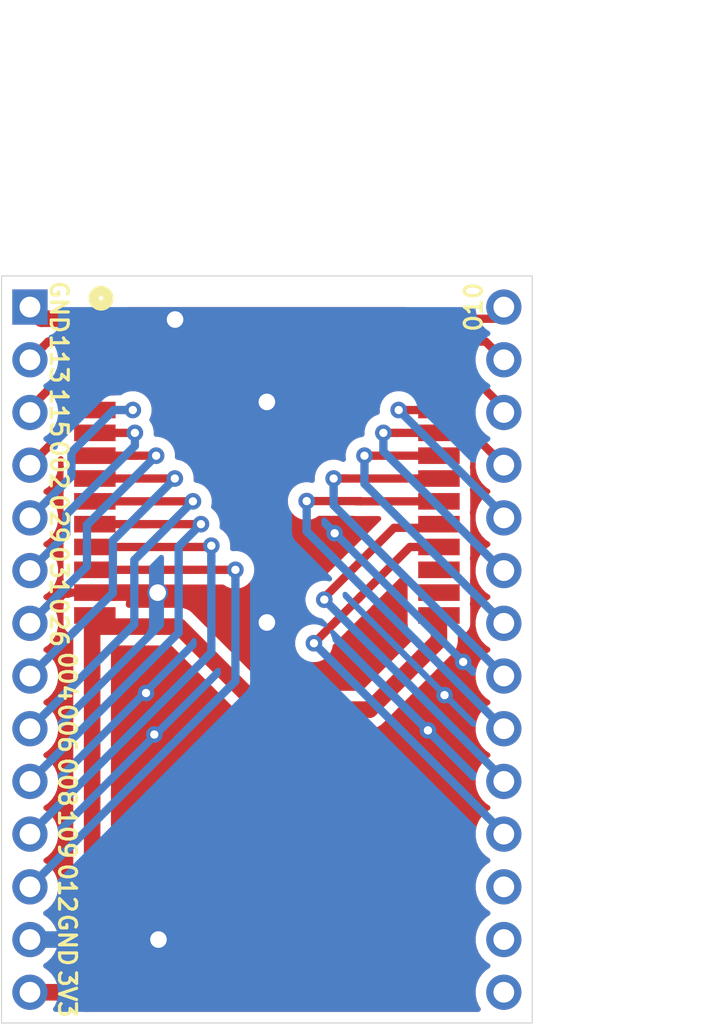
<source format=kicad_pcb>
(kicad_pcb (version 20171130) (host pcbnew "(5.1.9)-1")

  (general
    (thickness 1.6)
    (drawings 21)
    (tracks 159)
    (zones 0)
    (modules 3)
    (nets 25)
  )

  (page A4)
  (layers
    (0 F.Cu signal hide)
    (31 B.Cu signal hide)
    (32 B.Adhes user)
    (33 F.Adhes user)
    (34 B.Paste user)
    (35 F.Paste user)
    (36 B.SilkS user)
    (37 F.SilkS user)
    (38 B.Mask user)
    (39 F.Mask user)
    (40 Dwgs.User user)
    (41 Cmts.User user)
    (42 Eco1.User user)
    (43 Eco2.User user)
    (44 Edge.Cuts user)
    (45 Margin user)
    (46 B.CrtYd user)
    (47 F.CrtYd user)
    (48 B.Fab user)
    (49 F.Fab user hide)
  )

  (setup
    (last_trace_width 0.4)
    (user_trace_width 0.3)
    (user_trace_width 0.4)
    (user_trace_width 0.8)
    (trace_clearance 0.2)
    (zone_clearance 0.508)
    (zone_45_only no)
    (trace_min 0.25)
    (via_size 0.8)
    (via_drill 0.4)
    (via_min_size 0.4)
    (via_min_drill 0.3)
    (user_via 0.8 0.4)
    (user_via 1 0.8)
    (uvia_size 0.3)
    (uvia_drill 0.1)
    (uvias_allowed no)
    (uvia_min_size 0.2)
    (uvia_min_drill 0.1)
    (edge_width 0.05)
    (segment_width 0.2)
    (pcb_text_width 0.3)
    (pcb_text_size 1.5 1.5)
    (mod_edge_width 0.12)
    (mod_text_size 1 1)
    (mod_text_width 0.15)
    (pad_size 1.524 1.524)
    (pad_drill 0.762)
    (pad_to_mask_clearance 0)
    (aux_axis_origin 0 0)
    (visible_elements 7FFFFFFF)
    (pcbplotparams
      (layerselection 0x010fc_ffffffff)
      (usegerberextensions false)
      (usegerberattributes true)
      (usegerberadvancedattributes true)
      (creategerberjobfile true)
      (excludeedgelayer true)
      (linewidth 0.100000)
      (plotframeref false)
      (viasonmask false)
      (mode 1)
      (useauxorigin false)
      (hpglpennumber 1)
      (hpglpenspeed 20)
      (hpglpendiameter 15.000000)
      (psnegative false)
      (psa4output false)
      (plotreference true)
      (plotvalue true)
      (plotinvisibletext false)
      (padsonsilk false)
      (subtractmaskfromsilk false)
      (outputformat 1)
      (mirror false)
      (drillshape 1)
      (scaleselection 1)
      (outputdirectory ""))
  )

  (net 0 "")
  (net 1 +3V3)
  (net 2 GND)
  (net 3 P0.10)
  (net 4 P0.09)
  (net 5 SWCLK)
  (net 6 SWDIO)
  (net 7 P1.00)
  (net 8 P0.24)
  (net 9 P0.22)
  (net 10 P0.20)
  (net 11 P0.18)
  (net 12 P0.15)
  (net 13 P0.13)
  (net 14 P0.12)
  (net 15 P1.09)
  (net 16 P0.08)
  (net 17 P0.06)
  (net 18 P0.04)
  (net 19 P0.26)
  (net 20 P0.31)
  (net 21 P0.29)
  (net 22 P0.02)
  (net 23 P1.15)
  (net 24 P1.13)

  (net_class Default "This is the default net class."
    (clearance 0.2)
    (trace_width 0.25)
    (via_dia 0.8)
    (via_drill 0.4)
    (uvia_dia 0.3)
    (uvia_drill 0.1)
    (add_net +3V3)
    (add_net GND)
    (add_net P0.02)
    (add_net P0.04)
    (add_net P0.06)
    (add_net P0.08)
    (add_net P0.09)
    (add_net P0.10)
    (add_net P0.12)
    (add_net P0.13)
    (add_net P0.15)
    (add_net P0.18)
    (add_net P0.20)
    (add_net P0.22)
    (add_net P0.24)
    (add_net P0.26)
    (add_net P0.29)
    (add_net P0.31)
    (add_net P1.00)
    (add_net P1.09)
    (add_net P1.13)
    (add_net P1.15)
    (add_net SWCLK)
    (add_net SWDIO)
  )

  (module MS88SF2:MS88SF2 (layer F.Cu) (tedit 60518D65) (tstamp 604E93C4)
    (at 74.43 64.572)
    (path /604DDC15)
    (fp_text reference U1 (at 8 12.5) (layer F.Fab)
      (effects (font (size 1 1) (thickness 0.15)))
    )
    (fp_text value MS88SF2 (at 0 12.5) (layer F.Fab)
      (effects (font (size 1 1) (thickness 0.15)))
    )
    (fp_line (start 8.7 -11.6) (end -8.7 -11.6) (layer F.Fab) (width 0.12))
    (fp_line (start -8.7 -11.6) (end -8.7 11.6) (layer F.Fab) (width 0.12))
    (fp_line (start -8.7 11.6) (end 8.7 11.6) (layer F.Fab) (width 0.12))
    (fp_line (start 8.7 11.6) (end 8.7 -11.6) (layer F.Fab) (width 0.12))
    (fp_line (start -8.7 -5.81) (end -12.7 -5.81) (layer F.Fab) (width 0.12))
    (fp_line (start -12.7 -5.81) (end -12.7 -17.6) (layer F.Fab) (width 0.12))
    (fp_line (start 8.7 -5.81) (end 12.7 -5.81) (layer F.Fab) (width 0.12))
    (fp_line (start 12.7 -5.81) (end 12.7 -17.6) (layer F.Fab) (width 0.12))
    (fp_line (start 8.7 -5.81) (end -8.7 -5.81) (layer F.Fab) (width 0.12))
    (fp_line (start 12.7 -17.6) (end -12.7 -17.6) (layer F.Fab) (width 0.12))
    (fp_circle (center -8 -5) (end -7.9 -5) (layer F.SilkS) (width 0.5))
    (fp_line (start 12.7 -5.81) (end -12.7 -17.6) (layer F.Fab) (width 0.12))
    (fp_line (start -12.7 -5.81) (end 12.7 -17.6) (layer F.Fab) (width 0.12))
    (fp_text user "No copper" (at 0 -16) (layer F.Fab)
      (effects (font (size 1 1) (thickness 0.15)))
    )
    (pad 1 smd rect (at -8.3 -4.01) (size 2 0.8) (layers F.Cu F.Paste F.Mask)
      (net 2 GND))
    (pad 2 smd rect (at -8.3 -2.91) (size 2 0.8) (layers F.Cu F.Paste F.Mask)
      (net 24 P1.13))
    (pad 3 smd rect (at -8.3 -1.81) (size 2 0.8) (layers F.Cu F.Paste F.Mask)
      (net 23 P1.15))
    (pad 4 smd rect (at -8.3 -0.71) (size 2 0.8) (layers F.Cu F.Paste F.Mask)
      (net 22 P0.02))
    (pad 5 smd rect (at -8.3 0.39) (size 2 0.8) (layers F.Cu F.Paste F.Mask)
      (net 21 P0.29))
    (pad 6 smd rect (at -8.3 1.49) (size 2 0.8) (layers F.Cu F.Paste F.Mask)
      (net 20 P0.31))
    (pad 7 smd rect (at -8.3 2.59) (size 2 0.8) (layers F.Cu F.Paste F.Mask)
      (net 19 P0.26))
    (pad 8 smd rect (at -8.3 3.69) (size 2 0.8) (layers F.Cu F.Paste F.Mask)
      (net 18 P0.04))
    (pad 9 smd rect (at -8.3 4.79) (size 2 0.8) (layers F.Cu F.Paste F.Mask)
      (net 17 P0.06))
    (pad 10 smd rect (at -8.3 5.89) (size 2 0.8) (layers F.Cu F.Paste F.Mask)
      (net 16 P0.08))
    (pad 11 smd rect (at -8.3 6.99) (size 2 0.8) (layers F.Cu F.Paste F.Mask)
      (net 15 P1.09))
    (pad 12 smd rect (at -8.3 8.09) (size 2 0.8) (layers F.Cu F.Paste F.Mask)
      (net 14 P0.12))
    (pad 13 smd rect (at -8.3 9.19) (size 2 0.8) (layers F.Cu F.Paste F.Mask)
      (net 2 GND))
    (pad 14 smd rect (at -8.3 10.29) (size 2 0.8) (layers F.Cu F.Paste F.Mask)
      (net 1 +3V3))
    (pad 15 smd rect (at 8.3 10.29) (size 2 0.8) (layers F.Cu F.Paste F.Mask)
      (net 1 +3V3))
    (pad 16 smd rect (at 8.3 9.19) (size 2 0.8) (layers F.Cu F.Paste F.Mask))
    (pad 17 smd rect (at 8.3 8.09) (size 2 0.8) (layers F.Cu F.Paste F.Mask))
    (pad 18 smd rect (at 8.3 6.99) (size 2 0.8) (layers F.Cu F.Paste F.Mask)
      (net 13 P0.13))
    (pad 19 smd rect (at 8.3 5.89) (size 2 0.8) (layers F.Cu F.Paste F.Mask)
      (net 12 P0.15))
    (pad 20 smd rect (at 8.3 4.79) (size 2 0.8) (layers F.Cu F.Paste F.Mask)
      (net 11 P0.18))
    (pad 21 smd rect (at 8.3 3.69) (size 2 0.8) (layers F.Cu F.Paste F.Mask)
      (net 10 P0.20))
    (pad 22 smd rect (at 8.3 2.59) (size 2 0.8) (layers F.Cu F.Paste F.Mask)
      (net 9 P0.22))
    (pad 23 smd rect (at 8.3 1.49) (size 2 0.8) (layers F.Cu F.Paste F.Mask)
      (net 8 P0.24))
    (pad 24 smd rect (at 8.3 0.39) (size 2 0.8) (layers F.Cu F.Paste F.Mask)
      (net 7 P1.00))
    (pad 25 smd rect (at 8.3 -0.71) (size 2 0.8) (layers F.Cu F.Paste F.Mask)
      (net 6 SWDIO))
    (pad 26 smd rect (at 8.3 -1.81) (size 2 0.8) (layers F.Cu F.Paste F.Mask)
      (net 5 SWCLK))
    (pad 27 smd rect (at 8.3 -2.91) (size 2 0.8) (layers F.Cu F.Paste F.Mask)
      (net 4 P0.09))
    (pad 28 smd rect (at 8.3 -4.01) (size 2 0.8) (layers F.Cu F.Paste F.Mask)
      (net 3 P0.10))
  )

  (module !myfoots:PinHeader_1x14_P2.54mm_Vertical (layer F.Cu) (tedit 604E2EC4) (tstamp 604E891D)
    (at 63 60)
    (descr "Through hole straight pin header, 1x14, 2.54mm pitch, single row")
    (tags "Through hole pin header THT 1x14 2.54mm single row")
    (path /604E45A1)
    (fp_text reference J1 (at 0 -2.33) (layer F.Fab)
      (effects (font (size 1 1) (thickness 0.15)))
    )
    (fp_text value Conn_01x14_Male (at 0 35.35) (layer F.Fab)
      (effects (font (size 1 1) (thickness 0.15)))
    )
    (fp_line (start -0.635 -1.27) (end 1.27 -1.27) (layer F.Fab) (width 0.1))
    (fp_line (start 1.27 -1.27) (end 1.27 34.29) (layer F.Fab) (width 0.1))
    (fp_line (start 1.27 34.29) (end -1.27 34.29) (layer F.Fab) (width 0.1))
    (fp_line (start -1.27 34.29) (end -1.27 -0.635) (layer F.Fab) (width 0.1))
    (fp_line (start -1.27 -0.635) (end -0.635 -1.27) (layer F.Fab) (width 0.1))
    (fp_text user %R (at 0 16.51 90) (layer F.Fab)
      (effects (font (size 1 1) (thickness 0.15)))
    )
    (pad 14 thru_hole oval (at 0 33.02) (size 1.7 1.7) (drill 1) (layers *.Cu *.Mask)
      (net 1 +3V3))
    (pad 13 thru_hole oval (at 0 30.48) (size 1.7 1.7) (drill 1) (layers *.Cu *.Mask)
      (net 2 GND))
    (pad 12 thru_hole oval (at 0 27.94) (size 1.7 1.7) (drill 1) (layers *.Cu *.Mask)
      (net 14 P0.12))
    (pad 11 thru_hole oval (at 0 25.4) (size 1.7 1.7) (drill 1) (layers *.Cu *.Mask)
      (net 15 P1.09))
    (pad 10 thru_hole oval (at 0 22.86) (size 1.7 1.7) (drill 1) (layers *.Cu *.Mask)
      (net 16 P0.08))
    (pad 9 thru_hole oval (at 0 20.32) (size 1.7 1.7) (drill 1) (layers *.Cu *.Mask)
      (net 17 P0.06))
    (pad 8 thru_hole oval (at 0 17.78) (size 1.7 1.7) (drill 1) (layers *.Cu *.Mask)
      (net 18 P0.04))
    (pad 7 thru_hole oval (at 0 15.24) (size 1.7 1.7) (drill 1) (layers *.Cu *.Mask)
      (net 19 P0.26))
    (pad 6 thru_hole oval (at 0 12.7) (size 1.7 1.7) (drill 1) (layers *.Cu *.Mask)
      (net 20 P0.31))
    (pad 5 thru_hole oval (at 0 10.16) (size 1.7 1.7) (drill 1) (layers *.Cu *.Mask)
      (net 21 P0.29))
    (pad 4 thru_hole oval (at 0 7.62) (size 1.7 1.7) (drill 1) (layers *.Cu *.Mask)
      (net 22 P0.02))
    (pad 3 thru_hole oval (at 0 5.08) (size 1.7 1.7) (drill 1) (layers *.Cu *.Mask)
      (net 23 P1.15))
    (pad 2 thru_hole oval (at 0 2.54) (size 1.7 1.7) (drill 1) (layers *.Cu *.Mask)
      (net 24 P1.13))
    (pad 1 thru_hole rect (at 0 0) (size 1.7 1.7) (drill 1) (layers *.Cu *.Mask)
      (net 2 GND))
    (model ${KISYS3DMOD}/Connector_PinHeader_2.54mm.3dshapes/PinHeader_1x14_P2.54mm_Vertical.wrl
      (at (xyz 0 0 0))
      (scale (xyz 1 1 1))
      (rotate (xyz 0 0 0))
    )
  )

  (module !myfoots:PinHeader_1x14_P2.54mm_Vertical_2row (layer F.Cu) (tedit 604E2EEA) (tstamp 604E8AD2)
    (at 85.86 60)
    (descr "Through hole straight pin header, 1x14, 2.54mm pitch, single row")
    (tags "Through hole pin header THT 1x14 2.54mm single row")
    (path /604F62FB)
    (fp_text reference J2 (at 0 -2.33) (layer F.Fab)
      (effects (font (size 1 1) (thickness 0.15)))
    )
    (fp_text value Conn_01x14_Male (at 0 35.35) (layer F.Fab)
      (effects (font (size 1 1) (thickness 0.15)))
    )
    (fp_line (start -1.27 -0.635) (end -0.635 -1.27) (layer F.Fab) (width 0.1))
    (fp_line (start -1.27 34.29) (end -1.27 -0.635) (layer F.Fab) (width 0.1))
    (fp_line (start 1.27 34.29) (end -1.27 34.29) (layer F.Fab) (width 0.1))
    (fp_line (start 1.27 -1.27) (end 1.27 34.29) (layer F.Fab) (width 0.1))
    (fp_line (start -0.635 -1.27) (end 1.27 -1.27) (layer F.Fab) (width 0.1))
    (fp_text user %R (at 0 16.51 90) (layer F.Fab)
      (effects (font (size 1 1) (thickness 0.15)))
    )
    (pad 15 thru_hole oval (at 0 33.02) (size 1.7 1.7) (drill 1) (layers *.Cu *.Mask))
    (pad 16 thru_hole oval (at 0 30.48) (size 1.7 1.7) (drill 1) (layers *.Cu *.Mask))
    (pad 17 thru_hole oval (at 0 27.94) (size 1.7 1.7) (drill 1) (layers *.Cu *.Mask))
    (pad 18 thru_hole oval (at 0 25.4) (size 1.7 1.7) (drill 1) (layers *.Cu *.Mask)
      (net 13 P0.13))
    (pad 19 thru_hole oval (at 0 22.86) (size 1.7 1.7) (drill 1) (layers *.Cu *.Mask)
      (net 12 P0.15))
    (pad 20 thru_hole oval (at 0 20.32) (size 1.7 1.7) (drill 1) (layers *.Cu *.Mask)
      (net 11 P0.18))
    (pad 21 thru_hole oval (at 0 17.78) (size 1.7 1.7) (drill 1) (layers *.Cu *.Mask)
      (net 10 P0.20))
    (pad 22 thru_hole oval (at 0 15.24) (size 1.7 1.7) (drill 1) (layers *.Cu *.Mask)
      (net 9 P0.22))
    (pad 23 thru_hole oval (at 0 12.7) (size 1.7 1.7) (drill 1) (layers *.Cu *.Mask)
      (net 8 P0.24))
    (pad 24 thru_hole oval (at 0 10.16) (size 1.7 1.7) (drill 1) (layers *.Cu *.Mask)
      (net 7 P1.00))
    (pad 25 thru_hole oval (at 0 7.62) (size 1.7 1.7) (drill 1) (layers *.Cu *.Mask)
      (net 6 SWDIO))
    (pad 26 thru_hole oval (at 0 5.08) (size 1.7 1.7) (drill 1) (layers *.Cu *.Mask)
      (net 5 SWCLK))
    (pad 27 thru_hole oval (at 0 2.54) (size 1.7 1.7) (drill 1) (layers *.Cu *.Mask)
      (net 4 P0.09))
    (pad 28 thru_hole circle (at 0 0) (size 1.7 1.7) (drill 1) (layers *.Cu *.Mask)
      (net 3 P0.10))
    (model ${KISYS3DMOD}/Connector_PinHeader_2.54mm.3dshapes/PinHeader_1x14_P2.54mm_Vertical.wrl
      (at (xyz 0 0 0))
      (scale (xyz 1 1 1))
      (rotate (xyz 0 0 0))
    )
  )

  (gr_text 010 (at 84.4 60 90) (layer F.SilkS) (tstamp 6051EF32)
    (effects (font (size 0.82 0.82) (thickness 0.154)))
  )
  (gr_text 3V3 (at 64.8 93.1 -90) (layer F.SilkS) (tstamp 6051EF28)
    (effects (font (size 0.82 0.82) (thickness 0.154)))
  )
  (gr_text GND (at 64.8 90.5 -90) (layer F.SilkS) (tstamp 6051EF26)
    (effects (font (size 0.82 0.82) (thickness 0.154)))
  )
  (gr_text 012 (at 64.8 88 -90) (layer F.SilkS) (tstamp 6051EF24)
    (effects (font (size 0.82 0.82) (thickness 0.154)))
  )
  (gr_text 109 (at 64.8 85.4 -90) (layer F.SilkS) (tstamp 6051EF22)
    (effects (font (size 0.82 0.82) (thickness 0.154)))
  )
  (gr_text 008 (at 64.8 82.9 -90) (layer F.SilkS) (tstamp 6051EF1F)
    (effects (font (size 0.82 0.82) (thickness 0.154)))
  )
  (gr_text 006 (at 64.8 80.3 -90) (layer F.SilkS) (tstamp 6051EF1A)
    (effects (font (size 0.82 0.82) (thickness 0.154)))
  )
  (gr_text 004 (at 64.8 77.8 -90) (layer F.SilkS) (tstamp 6051EF09)
    (effects (font (size 0.82 0.82) (thickness 0.154)))
  )
  (gr_text 026 (at 64.4 75.2 -90) (layer F.SilkS) (tstamp 6051EF17)
    (effects (font (size 0.82 0.82) (thickness 0.154)))
  )
  (gr_text 031 (at 64.4 72.7 -90) (layer F.SilkS) (tstamp 6051E4D3)
    (effects (font (size 0.82 0.82) (thickness 0.154)))
  )
  (gr_text 029 (at 64.4 70.2 -90) (layer F.SilkS) (tstamp 6051E45C)
    (effects (font (size 0.82 0.82) (thickness 0.154)))
  )
  (gr_text 002 (at 64.4 67.6 -90) (layer F.SilkS) (tstamp 6051DF3D)
    (effects (font (size 0.82 0.82) (thickness 0.154)))
  )
  (gr_text 115 (at 64.4 65.1 -90) (layer F.SilkS) (tstamp 6051DF3A)
    (effects (font (size 0.82 0.82) (thickness 0.154)))
  )
  (gr_text 113 (at 64.4 62.5 -90) (layer F.SilkS) (tstamp 6051DF36)
    (effects (font (size 0.82 0.82) (thickness 0.154)))
  )
  (gr_text GND (at 64.4 60 -90) (layer F.SilkS) (tstamp 6051DFE7)
    (effects (font (size 0.82 0.82) (thickness 0.154)))
  )
  (dimension 36 (width 0.15) (layer Dwgs.User)
    (gr_text "36.000 mm" (at 94.7 76.5 270) (layer Dwgs.User)
      (effects (font (size 1 1) (thickness 0.15)))
    )
    (feature1 (pts (xy 87.23 94.5) (xy 93.986421 94.5)))
    (feature2 (pts (xy 87.23 58.5) (xy 93.986421 58.5)))
    (crossbar (pts (xy 93.4 58.5) (xy 93.4 94.5)))
    (arrow1a (pts (xy 93.4 94.5) (xy 92.813579 93.373496)))
    (arrow1b (pts (xy 93.4 94.5) (xy 93.986421 93.373496)))
    (arrow2a (pts (xy 93.4 58.5) (xy 92.813579 59.626504)))
    (arrow2b (pts (xy 93.4 58.5) (xy 93.986421 59.626504)))
  )
  (dimension 25.6 (width 0.15) (layer Dwgs.User)
    (gr_text "25.600 mm" (at 74.43 45.9) (layer Dwgs.User)
      (effects (font (size 1 1) (thickness 0.15)))
    )
    (feature1 (pts (xy 87.23 58.5) (xy 87.23 46.613579)))
    (feature2 (pts (xy 61.63 58.5) (xy 61.63 46.613579)))
    (crossbar (pts (xy 61.63 47.2) (xy 87.23 47.2)))
    (arrow1a (pts (xy 87.23 47.2) (xy 86.103496 47.786421)))
    (arrow1b (pts (xy 87.23 47.2) (xy 86.103496 46.613579)))
    (arrow2a (pts (xy 61.63 47.2) (xy 62.756504 47.786421)))
    (arrow2b (pts (xy 61.63 47.2) (xy 62.756504 46.613579)))
  )
  (gr_line (start 87.23 94.5) (end 61.63 94.5) (layer Edge.Cuts) (width 0.05) (tstamp 6051857C))
  (gr_line (start 87.23 58.5) (end 61.63 58.5) (layer Edge.Cuts) (width 0.05) (tstamp 60518545))
  (gr_line (start 87.23 58.5) (end 87.23 94.5) (layer Edge.Cuts) (width 0.05) (tstamp 605183C7))
  (gr_line (start 61.63 58.5) (end 61.63 94.5) (layer Edge.Cuts) (width 0.05))

  (segment (start 64.98 93.02) (end 63 93.02) (width 0.8) (layer F.Cu) (net 1))
  (segment (start 64.98 93.02) (end 66 92) (width 0.8) (layer F.Cu) (net 1))
  (segment (start 66 92) (end 66 75) (width 0.8) (layer F.Cu) (net 1))
  (segment (start 70.2 75.4) (end 66.4 75.4) (width 0.8) (layer F.Cu) (net 1))
  (segment (start 74.200001 79.400001) (end 70.2 75.4) (width 0.8) (layer F.Cu) (net 1))
  (segment (start 79.391999 79.400001) (end 74.200001 79.400001) (width 0.8) (layer F.Cu) (net 1))
  (segment (start 82.73 76.062) (end 79.391999 79.400001) (width 0.8) (layer F.Cu) (net 1))
  (segment (start 82.73 74.862) (end 82.73 76.062) (width 0.8) (layer F.Cu) (net 1))
  (segment (start 66.13 73.762) (end 68.762 73.762) (width 0.8) (layer F.Cu) (net 2))
  (segment (start 69.162 73.762) (end 69.162 73.762) (width 0.8) (layer F.Cu) (net 2))
  (segment (start 69.162 73.762) (end 68.762 73.762) (width 0.8) (layer F.Cu) (net 2) (tstamp 605181EA))
  (via (at 69.162 73.762) (size 1) (drill 0.8) (layers F.Cu B.Cu) (net 2))
  (segment (start 63 90.48) (end 69.2 90.48) (width 0.8) (layer B.Cu) (net 2))
  (segment (start 69.2 90.48) (end 69.2 90.48) (width 0.8) (layer B.Cu) (net 2) (tstamp 60518DEA))
  (via (at 69.2 90.48) (size 1) (drill 0.8) (layers F.Cu B.Cu) (net 2))
  (via (at 74.43 64.572) (size 1) (drill 0.8) (layers F.Cu B.Cu) (net 2))
  (via (at 70 60.6) (size 1) (drill 0.8) (layers F.Cu B.Cu) (net 2) (tstamp 6051EBCF))
  (segment (start 63.562 60.562) (end 63 60) (width 0.8) (layer F.Cu) (net 2))
  (segment (start 66.13 60.562) (end 63.562 60.562) (width 0.8) (layer F.Cu) (net 2))
  (via (at 74.43 75.2) (size 1) (drill 0.8) (layers F.Cu B.Cu) (net 2) (tstamp 6051EB2F))
  (segment (start 69.962 60.562) (end 70 60.6) (width 0.8) (layer F.Cu) (net 2))
  (segment (start 66.13 60.562) (end 69.962 60.562) (width 0.8) (layer F.Cu) (net 2))
  (via (at 82.2 80.4) (size 0.8) (drill 0.4) (layers F.Cu B.Cu) (net 2))
  (via (at 83 78.7) (size 0.8) (drill 0.4) (layers F.Cu B.Cu) (net 2))
  (via (at 83.9 77.1) (size 0.8) (drill 0.4) (layers F.Cu B.Cu) (net 2))
  (via (at 77.7 70.9) (size 0.8) (drill 0.4) (layers F.Cu B.Cu) (net 2))
  (via (at 69 80.6) (size 0.8) (drill 0.4) (layers F.Cu B.Cu) (net 2))
  (via (at 68.6 78.6) (size 0.8) (drill 0.4) (layers F.Cu B.Cu) (net 2))
  (segment (start 82.73 60.562) (end 83.438 60.562) (width 0.4) (layer F.Cu) (net 3))
  (segment (start 85.69801 60.562) (end 85.86 60.40001) (width 0.4) (layer F.Cu) (net 3))
  (segment (start 82.73 60.562) (end 85.69801 60.562) (width 0.4) (layer F.Cu) (net 3))
  (segment (start 84.982 61.662) (end 85.86 62.54) (width 0.4) (layer F.Cu) (net 4))
  (segment (start 82.73 61.662) (end 84.982 61.662) (width 0.4) (layer F.Cu) (net 4))
  (segment (start 83.750002 62.762) (end 85.86 64.871998) (width 0.4) (layer F.Cu) (net 5))
  (segment (start 85.86 64.871998) (end 85.86 65.08) (width 0.4) (layer F.Cu) (net 5))
  (segment (start 82.73 62.762) (end 83.750002 62.762) (width 0.4) (layer F.Cu) (net 5))
  (segment (start 84.25 66.01) (end 85.86 67.62) (width 0.4) (layer F.Cu) (net 6))
  (segment (start 84.25 64.361998) (end 84.25 66.01) (width 0.4) (layer F.Cu) (net 6))
  (segment (start 83.750002 63.862) (end 84.25 64.361998) (width 0.4) (layer F.Cu) (net 6))
  (segment (start 82.73 63.862) (end 83.750002 63.862) (width 0.4) (layer F.Cu) (net 6))
  (segment (start 82.73 64.962) (end 80.788 64.962) (width 0.4) (layer F.Cu) (net 7))
  (segment (start 80.788 64.962) (end 80.788 64.962) (width 0.4) (layer F.Cu) (net 7) (tstamp 6050F45D))
  (via (at 80.788 64.962) (size 0.8) (drill 0.4) (layers F.Cu B.Cu) (net 7))
  (segment (start 85.86 70.034) (end 85.86 70.16) (width 0.4) (layer B.Cu) (net 7))
  (segment (start 80.788 64.962) (end 85.86 70.034) (width 0.4) (layer B.Cu) (net 7))
  (segment (start 82.73 66.062) (end 80.688 66.062) (width 0.4) (layer F.Cu) (net 8))
  (segment (start 80.688 66.062) (end 80.688 66.062) (width 0.4) (layer F.Cu) (net 8) (tstamp 6050F45F))
  (via (at 80.05 66.062) (size 0.8) (drill 0.4) (layers F.Cu B.Cu) (net 8))
  (segment (start 80.05 66.062) (end 80.688 66.062) (width 0.4) (layer F.Cu) (net 8))
  (segment (start 85.8 72.7) (end 85.86 72.7) (width 0.4) (layer B.Cu) (net 8))
  (segment (start 80.05 66.95) (end 85.8 72.7) (width 0.4) (layer B.Cu) (net 8))
  (segment (start 80.05 66.062) (end 80.05 66.95) (width 0.4) (layer B.Cu) (net 8))
  (segment (start 82.73 67.162) (end 79.138 67.162) (width 0.4) (layer F.Cu) (net 9))
  (segment (start 79.138 67.162) (end 79.138 67.162) (width 0.4) (layer F.Cu) (net 9) (tstamp 6050F48F))
  (via (at 79.138 67.162) (size 0.8) (drill 0.4) (layers F.Cu B.Cu) (net 9))
  (segment (start 79.138 68.518) (end 85.86 75.24) (width 0.4) (layer B.Cu) (net 9))
  (segment (start 79.138 67.162) (end 79.138 68.518) (width 0.4) (layer B.Cu) (net 9))
  (segment (start 78.112 68.262) (end 78.112 68.262) (width 0.4) (layer F.Cu) (net 10) (tstamp 6050F4C7))
  (via (at 77.65 68.262) (size 0.8) (drill 0.4) (layers F.Cu B.Cu) (net 10))
  (segment (start 78.312 68.262) (end 77.65 68.262) (width 0.4) (layer F.Cu) (net 10))
  (segment (start 82.73 68.262) (end 78.312 68.262) (width 0.4) (layer F.Cu) (net 10))
  (segment (start 78.312 68.262) (end 78.112 68.262) (width 0.4) (layer F.Cu) (net 10))
  (segment (start 77.65 68.262) (end 77.65 68.95) (width 0.4) (layer B.Cu) (net 10))
  (segment (start 85.86 77.78) (end 79.1 71.02) (width 0.4) (layer B.Cu) (net 10))
  (segment (start 79.1 71.02) (end 79.1 71) (width 0.4) (layer B.Cu) (net 10))
  (segment (start 79.1 71) (end 77.65 69.55) (width 0.4) (layer B.Cu) (net 10))
  (segment (start 77.65 69.55) (end 77.65 68.262) (width 0.4) (layer B.Cu) (net 10))
  (via (at 76.35 69.35) (size 0.8) (drill 0.4) (layers F.Cu B.Cu) (net 11))
  (segment (start 78.95 69.35) (end 78.962 69.362) (width 0.4) (layer F.Cu) (net 11))
  (segment (start 76.35 69.35) (end 78.95 69.35) (width 0.4) (layer F.Cu) (net 11))
  (segment (start 78.962 69.362) (end 78.738 69.362) (width 0.4) (layer F.Cu) (net 11))
  (segment (start 82.73 69.362) (end 78.962 69.362) (width 0.4) (layer F.Cu) (net 11))
  (segment (start 76.35 70.81) (end 85.86 80.32) (width 0.4) (layer B.Cu) (net 11))
  (segment (start 76.35 69.35) (end 76.35 70.81) (width 0.4) (layer B.Cu) (net 11))
  (via (at 77.2 74.1) (size 0.8) (drill 0.4) (layers F.Cu B.Cu) (net 12))
  (segment (start 80.562 70.638) (end 77.1 74.1) (width 0.4) (layer F.Cu) (net 12))
  (segment (start 82.554 70.638) (end 82.73 70.462) (width 0.4) (layer F.Cu) (net 12))
  (segment (start 80.562 70.638) (end 82.554 70.638) (width 0.4) (layer F.Cu) (net 12))
  (segment (start 85.86 82.76) (end 85.86 82.86) (width 0.4) (layer B.Cu) (net 12))
  (segment (start 77.2 74.1) (end 85.86 82.76) (width 0.4) (layer B.Cu) (net 12))
  (segment (start 82.668 71.5) (end 82.73 71.562) (width 0.4) (layer F.Cu) (net 13))
  (segment (start 81.33 71.562) (end 78.9 73.992) (width 0.4) (layer F.Cu) (net 13))
  (segment (start 82.73 71.562) (end 81.33 71.562) (width 0.4) (layer F.Cu) (net 13))
  (segment (start 85.86 85.36) (end 85.86 85.4) (width 0.4) (layer B.Cu) (net 13))
  (segment (start 78.9 78.4) (end 85.86 85.36) (width 0.4) (layer B.Cu) (net 13))
  (segment (start 78.9 73.992) (end 78.9 74) (width 0.4) (layer F.Cu) (net 13))
  (segment (start 78.9 74) (end 76.8 76.1) (width 0.4) (layer F.Cu) (net 13))
  (segment (start 78.9 78.4) (end 76.7 76.2) (width 0.4) (layer B.Cu) (net 13))
  (segment (start 76.7 76.2) (end 76.7 76.2) (width 0.4) (layer B.Cu) (net 13) (tstamp 6051EDAC))
  (via (at 76.7 76.2) (size 0.8) (drill 0.4) (layers F.Cu B.Cu) (net 13))
  (segment (start 66.13 72.662) (end 72.412 72.662) (width 0.4) (layer F.Cu) (net 14))
  (segment (start 72.412 72.662) (end 72.912 72.662) (width 0.4) (layer F.Cu) (net 14))
  (segment (start 72.912 72.662) (end 72.912 72.662) (width 0.4) (layer F.Cu) (net 14) (tstamp 6050F458))
  (via (at 72.912 72.662) (size 0.8) (drill 0.4) (layers F.Cu B.Cu) (net 14))
  (segment (start 72.912 78.028) (end 63 87.94) (width 0.4) (layer B.Cu) (net 14))
  (segment (start 72.912 72.662) (end 72.912 78.028) (width 0.4) (layer B.Cu) (net 14))
  (via (at 71.75 71.5) (size 0.8) (drill 0.4) (layers F.Cu B.Cu) (net 15))
  (segment (start 71.75 76.65) (end 63 85.4) (width 0.4) (layer B.Cu) (net 15))
  (segment (start 71.688 71.562) (end 71.75 71.5) (width 0.4) (layer F.Cu) (net 15))
  (segment (start 70.938 71.562) (end 71.688 71.562) (width 0.4) (layer F.Cu) (net 15))
  (segment (start 66.13 71.562) (end 70.938 71.562) (width 0.4) (layer F.Cu) (net 15))
  (segment (start 70.938 71.562) (end 71.312 71.562) (width 0.4) (layer F.Cu) (net 15))
  (segment (start 71.75 72.25) (end 71.75 71.5) (width 0.4) (layer B.Cu) (net 15))
  (segment (start 71.75 72) (end 71.75 72.25) (width 0.4) (layer B.Cu) (net 15))
  (segment (start 71.75 72.25) (end 71.75 76.65) (width 0.4) (layer B.Cu) (net 15))
  (via (at 71.25 70.462) (size 0.8) (drill 0.4) (layers F.Cu B.Cu) (net 16))
  (segment (start 70.174 71.538) (end 71.25 70.462) (width 0.4) (layer B.Cu) (net 16))
  (segment (start 70.174 75.686) (end 70.174 71.538) (width 0.4) (layer B.Cu) (net 16))
  (segment (start 63 82.86) (end 70.174 75.686) (width 0.4) (layer B.Cu) (net 16))
  (segment (start 68.288 70.462) (end 71.25 70.462) (width 0.4) (layer F.Cu) (net 16))
  (segment (start 66.13 70.462) (end 68.288 70.462) (width 0.4) (layer F.Cu) (net 16))
  (segment (start 68.288 70.462) (end 68.712 70.462) (width 0.4) (layer F.Cu) (net 16))
  (segment (start 66.13 69.362) (end 70.862 69.362) (width 0.4) (layer F.Cu) (net 17))
  (segment (start 70.862 69.362) (end 70.862 69.362) (width 0.4) (layer F.Cu) (net 17) (tstamp 6050F294))
  (via (at 70.862 69.362) (size 0.8) (drill 0.4) (layers F.Cu B.Cu) (net 17))
  (segment (start 68.75 71.474) (end 70.862 69.362) (width 0.4) (layer B.Cu) (net 17))
  (segment (start 68.035 72.189) (end 68.75 71.474) (width 0.4) (layer B.Cu) (net 17))
  (segment (start 68.035 75.285) (end 68.035 72.189) (width 0.4) (layer B.Cu) (net 17))
  (segment (start 63 80.32) (end 68.035 75.285) (width 0.4) (layer B.Cu) (net 17))
  (segment (start 66.13 68.262) (end 69.988 68.262) (width 0.4) (layer F.Cu) (net 18))
  (segment (start 69.988 68.262) (end 69.988 68.262) (width 0.4) (layer F.Cu) (net 18) (tstamp 6050F265))
  (via (at 69.988 68.262) (size 0.8) (drill 0.4) (layers F.Cu B.Cu) (net 18))
  (segment (start 67 73.78) (end 63 77.78) (width 0.4) (layer B.Cu) (net 18))
  (segment (start 67 71.25) (end 67 73.78) (width 0.4) (layer B.Cu) (net 18))
  (segment (start 69.988 68.262) (end 67 71.25) (width 0.4) (layer B.Cu) (net 18))
  (segment (start 66.13 67.162) (end 67.912 67.162) (width 0.4) (layer F.Cu) (net 19))
  (segment (start 67.912 67.162) (end 68.162 67.162) (width 0.4) (layer F.Cu) (net 19))
  (segment (start 67.912 67.162) (end 68.412 67.162) (width 0.4) (layer F.Cu) (net 19))
  (segment (start 68.412 67.162) (end 68.662 67.162) (width 0.4) (layer F.Cu) (net 19))
  (segment (start 68.662 67.162) (end 69.088 67.162) (width 0.4) (layer F.Cu) (net 19))
  (segment (start 69.088 67.162) (end 69.162 67.162) (width 0.4) (layer F.Cu) (net 19) (tstamp 6050F261))
  (via (at 69.088 67.162) (size 0.8) (drill 0.4) (layers F.Cu B.Cu) (net 19))
  (segment (start 65.75 70.5) (end 69.088 67.162) (width 0.4) (layer B.Cu) (net 19))
  (segment (start 65.75 72.49) (end 65.75 70.5) (width 0.4) (layer B.Cu) (net 19))
  (segment (start 63 75.24) (end 65.75 72.49) (width 0.4) (layer B.Cu) (net 19))
  (segment (start 66.13 66.062) (end 67.812 66.062) (width 0.4) (layer F.Cu) (net 20))
  (segment (start 67.812 66.062) (end 68.062 66.062) (width 0.4) (layer F.Cu) (net 20))
  (segment (start 68.062 66.062) (end 68.062 66.062) (width 0.4) (layer F.Cu) (net 20) (tstamp 6050F223))
  (via (at 68.062 66.062) (size 0.8) (drill 0.4) (layers F.Cu B.Cu) (net 20))
  (segment (start 68.062 66.688) (end 68.062 66.062) (width 0.4) (layer B.Cu) (net 20))
  (segment (start 64.75 70) (end 68.062 66.688) (width 0.4) (layer B.Cu) (net 20))
  (segment (start 64.75 70.95) (end 64.75 70) (width 0.4) (layer B.Cu) (net 20))
  (segment (start 63 72.7) (end 64.75 70.95) (width 0.4) (layer B.Cu) (net 20))
  (segment (start 66.13 64.962) (end 67.962 64.962) (width 0.4) (layer F.Cu) (net 21))
  (segment (start 67.962 64.962) (end 67.962 64.962) (width 0.4) (layer F.Cu) (net 21) (tstamp 6050F217))
  (via (at 67.962 64.962) (size 0.8) (drill 0.4) (layers F.Cu B.Cu) (net 21))
  (segment (start 67.962 64.962) (end 67.038 64.962) (width 0.4) (layer B.Cu) (net 21))
  (segment (start 67.038 64.962) (end 65 67) (width 0.4) (layer B.Cu) (net 21))
  (segment (start 65 68.16) (end 63 70.16) (width 0.4) (layer B.Cu) (net 21))
  (segment (start 65 67) (end 65 68.16) (width 0.4) (layer B.Cu) (net 21))
  (segment (start 65.109998 63.862) (end 66.13 63.862) (width 0.4) (layer F.Cu) (net 22))
  (segment (start 64.729999 64.241999) (end 65.109998 63.862) (width 0.4) (layer F.Cu) (net 22))
  (segment (start 64.729999 65.890001) (end 64.729999 64.241999) (width 0.4) (layer F.Cu) (net 22))
  (segment (start 63 67.62) (end 64.729999 65.890001) (width 0.4) (layer F.Cu) (net 22))
  (segment (start 63 64.871998) (end 63 65.08) (width 0.4) (layer F.Cu) (net 23))
  (segment (start 65.109998 62.762) (end 63 64.871998) (width 0.4) (layer F.Cu) (net 23))
  (segment (start 66.13 62.762) (end 65.109998 62.762) (width 0.4) (layer F.Cu) (net 23))
  (segment (start 63.878 61.662) (end 63 62.54) (width 0.4) (layer F.Cu) (net 24))
  (segment (start 66.13 61.662) (end 63.878 61.662) (width 0.4) (layer F.Cu) (net 24))

  (zone (net 2) (net_name GND) (layer B.Cu) (tstamp 6051E4F1) (hatch edge 0.508)
    (connect_pads (clearance 0.508))
    (min_thickness 0.254)
    (fill yes (arc_segments 32) (thermal_gap 0.508) (thermal_bridge_width 0.508))
    (polygon
      (pts
        (xy 87.8 95.2) (xy 60.5 95.2) (xy 60.5 58.3) (xy 87.8 58.3)
      )
    )
    (filled_polygon
      (pts
        (xy 84.375 60.14626) (xy 84.432068 60.433158) (xy 84.54401 60.703411) (xy 84.706525 60.946632) (xy 84.913368 61.153475)
        (xy 85.08776 61.27) (xy 84.913368 61.386525) (xy 84.706525 61.593368) (xy 84.54401 61.836589) (xy 84.432068 62.106842)
        (xy 84.375 62.39374) (xy 84.375 62.68626) (xy 84.432068 62.973158) (xy 84.54401 63.243411) (xy 84.706525 63.486632)
        (xy 84.913368 63.693475) (xy 85.08776 63.81) (xy 84.913368 63.926525) (xy 84.706525 64.133368) (xy 84.54401 64.376589)
        (xy 84.432068 64.646842) (xy 84.375 64.93374) (xy 84.375 65.22626) (xy 84.432068 65.513158) (xy 84.54401 65.783411)
        (xy 84.706525 66.026632) (xy 84.913368 66.233475) (xy 85.08776 66.35) (xy 84.913368 66.466525) (xy 84.706525 66.673368)
        (xy 84.54401 66.916589) (xy 84.432068 67.186842) (xy 84.392522 67.385654) (xy 81.812093 64.805226) (xy 81.783226 64.660102)
        (xy 81.705205 64.471744) (xy 81.591937 64.302226) (xy 81.447774 64.158063) (xy 81.278256 64.044795) (xy 81.089898 63.966774)
        (xy 80.889939 63.927) (xy 80.686061 63.927) (xy 80.486102 63.966774) (xy 80.297744 64.044795) (xy 80.128226 64.158063)
        (xy 79.984063 64.302226) (xy 79.870795 64.471744) (xy 79.792774 64.660102) (xy 79.753 64.860061) (xy 79.753 65.063939)
        (xy 79.753356 65.065729) (xy 79.748102 65.066774) (xy 79.559744 65.144795) (xy 79.390226 65.258063) (xy 79.246063 65.402226)
        (xy 79.132795 65.571744) (xy 79.054774 65.760102) (xy 79.015 65.960061) (xy 79.015 66.131189) (xy 78.836102 66.166774)
        (xy 78.647744 66.244795) (xy 78.478226 66.358063) (xy 78.334063 66.502226) (xy 78.220795 66.671744) (xy 78.142774 66.860102)
        (xy 78.103 67.060061) (xy 78.103 67.263939) (xy 78.117182 67.335237) (xy 77.951898 67.266774) (xy 77.751939 67.227)
        (xy 77.548061 67.227) (xy 77.348102 67.266774) (xy 77.159744 67.344795) (xy 76.990226 67.458063) (xy 76.846063 67.602226)
        (xy 76.732795 67.771744) (xy 76.654774 67.960102) (xy 76.615 68.160061) (xy 76.615 68.347435) (xy 76.451939 68.315)
        (xy 76.248061 68.315) (xy 76.048102 68.354774) (xy 75.859744 68.432795) (xy 75.690226 68.546063) (xy 75.546063 68.690226)
        (xy 75.432795 68.859744) (xy 75.354774 69.048102) (xy 75.315 69.248061) (xy 75.315 69.451939) (xy 75.354774 69.651898)
        (xy 75.432795 69.840256) (xy 75.515 69.963285) (xy 75.515001 70.768972) (xy 75.51096 70.81) (xy 75.527082 70.973688)
        (xy 75.574828 71.131086) (xy 75.652364 71.276145) (xy 75.675907 71.304832) (xy 75.75671 71.403291) (xy 75.788574 71.429441)
        (xy 77.454474 73.095341) (xy 77.301939 73.065) (xy 77.098061 73.065) (xy 76.898102 73.104774) (xy 76.709744 73.182795)
        (xy 76.540226 73.296063) (xy 76.396063 73.440226) (xy 76.282795 73.609744) (xy 76.204774 73.798102) (xy 76.165 73.998061)
        (xy 76.165 74.201939) (xy 76.204774 74.401898) (xy 76.282795 74.590256) (xy 76.396063 74.759774) (xy 76.540226 74.903937)
        (xy 76.709744 75.017205) (xy 76.898102 75.095226) (xy 77.043226 75.124093) (xy 77.225431 75.306298) (xy 77.190256 75.282795)
        (xy 77.001898 75.204774) (xy 76.801939 75.165) (xy 76.598061 75.165) (xy 76.398102 75.204774) (xy 76.209744 75.282795)
        (xy 76.040226 75.396063) (xy 75.896063 75.540226) (xy 75.782795 75.709744) (xy 75.704774 75.898102) (xy 75.665 76.098061)
        (xy 75.665 76.301939) (xy 75.704774 76.501898) (xy 75.782795 76.690256) (xy 75.896063 76.859774) (xy 76.040226 77.003937)
        (xy 76.209744 77.117205) (xy 76.398102 77.195226) (xy 76.543225 77.224093) (xy 78.33857 79.019439) (xy 78.338581 79.019448)
        (xy 84.407829 85.088697) (xy 84.375 85.25374) (xy 84.375 85.54626) (xy 84.432068 85.833158) (xy 84.54401 86.103411)
        (xy 84.706525 86.346632) (xy 84.913368 86.553475) (xy 85.08776 86.67) (xy 84.913368 86.786525) (xy 84.706525 86.993368)
        (xy 84.54401 87.236589) (xy 84.432068 87.506842) (xy 84.375 87.79374) (xy 84.375 88.08626) (xy 84.432068 88.373158)
        (xy 84.54401 88.643411) (xy 84.706525 88.886632) (xy 84.913368 89.093475) (xy 85.08776 89.21) (xy 84.913368 89.326525)
        (xy 84.706525 89.533368) (xy 84.54401 89.776589) (xy 84.432068 90.046842) (xy 84.375 90.33374) (xy 84.375 90.62626)
        (xy 84.432068 90.913158) (xy 84.54401 91.183411) (xy 84.706525 91.426632) (xy 84.913368 91.633475) (xy 85.08776 91.75)
        (xy 84.913368 91.866525) (xy 84.706525 92.073368) (xy 84.54401 92.316589) (xy 84.432068 92.586842) (xy 84.375 92.87374)
        (xy 84.375 93.16626) (xy 84.432068 93.453158) (xy 84.54401 93.723411) (xy 84.621912 93.84) (xy 64.238088 93.84)
        (xy 64.31599 93.723411) (xy 64.427932 93.453158) (xy 64.485 93.16626) (xy 64.485 92.87374) (xy 64.427932 92.586842)
        (xy 64.31599 92.316589) (xy 64.153475 92.073368) (xy 63.946632 91.866525) (xy 63.764466 91.744805) (xy 63.881355 91.675178)
        (xy 64.097588 91.480269) (xy 64.271641 91.24692) (xy 64.396825 90.984099) (xy 64.441476 90.83689) (xy 64.320155 90.607)
        (xy 63.127 90.607) (xy 63.127 90.627) (xy 62.873 90.627) (xy 62.873 90.607) (xy 62.853 90.607)
        (xy 62.853 90.353) (xy 62.873 90.353) (xy 62.873 90.333) (xy 63.127 90.333) (xy 63.127 90.353)
        (xy 64.320155 90.353) (xy 64.441476 90.12311) (xy 64.396825 89.975901) (xy 64.271641 89.71308) (xy 64.097588 89.479731)
        (xy 63.881355 89.284822) (xy 63.764466 89.215195) (xy 63.946632 89.093475) (xy 64.153475 88.886632) (xy 64.31599 88.643411)
        (xy 64.427932 88.373158) (xy 64.485 88.08626) (xy 64.485 87.79374) (xy 64.458807 87.66206) (xy 73.473432 78.647437)
        (xy 73.505291 78.621291) (xy 73.552565 78.563688) (xy 73.609636 78.494146) (xy 73.687172 78.349087) (xy 73.734918 78.191689)
        (xy 73.746025 78.078914) (xy 73.747 78.069019) (xy 73.75104 78.028) (xy 73.747 77.986982) (xy 73.747 73.275285)
        (xy 73.829205 73.152256) (xy 73.907226 72.963898) (xy 73.947 72.763939) (xy 73.947 72.560061) (xy 73.907226 72.360102)
        (xy 73.829205 72.171744) (xy 73.715937 72.002226) (xy 73.571774 71.858063) (xy 73.402256 71.744795) (xy 73.213898 71.666774)
        (xy 73.013939 71.627) (xy 72.810061 71.627) (xy 72.778777 71.633223) (xy 72.785 71.601939) (xy 72.785 71.398061)
        (xy 72.745226 71.198102) (xy 72.667205 71.009744) (xy 72.553937 70.840226) (xy 72.409774 70.696063) (xy 72.27644 70.606972)
        (xy 72.285 70.563939) (xy 72.285 70.360061) (xy 72.245226 70.160102) (xy 72.167205 69.971744) (xy 72.053937 69.802226)
        (xy 71.909774 69.658063) (xy 71.864415 69.627755) (xy 71.897 69.463939) (xy 71.897 69.260061) (xy 71.857226 69.060102)
        (xy 71.779205 68.871744) (xy 71.665937 68.702226) (xy 71.521774 68.558063) (xy 71.352256 68.444795) (xy 71.163898 68.366774)
        (xy 71.023 68.338748) (xy 71.023 68.160061) (xy 70.983226 67.960102) (xy 70.905205 67.771744) (xy 70.791937 67.602226)
        (xy 70.647774 67.458063) (xy 70.478256 67.344795) (xy 70.289898 67.266774) (xy 70.123 67.233576) (xy 70.123 67.060061)
        (xy 70.083226 66.860102) (xy 70.005205 66.671744) (xy 69.891937 66.502226) (xy 69.747774 66.358063) (xy 69.578256 66.244795)
        (xy 69.389898 66.166774) (xy 69.189939 66.127) (xy 69.097 66.127) (xy 69.097 65.960061) (xy 69.057226 65.760102)
        (xy 68.979205 65.571744) (xy 68.88692 65.43363) (xy 68.957226 65.263898) (xy 68.997 65.063939) (xy 68.997 64.860061)
        (xy 68.957226 64.660102) (xy 68.879205 64.471744) (xy 68.765937 64.302226) (xy 68.621774 64.158063) (xy 68.452256 64.044795)
        (xy 68.263898 63.966774) (xy 68.063939 63.927) (xy 67.860061 63.927) (xy 67.660102 63.966774) (xy 67.471744 64.044795)
        (xy 67.348715 64.127) (xy 67.079015 64.127) (xy 67.037999 64.12296) (xy 66.996983 64.127) (xy 66.996981 64.127)
        (xy 66.874311 64.139082) (xy 66.716913 64.186828) (xy 66.571854 64.264364) (xy 66.444709 64.368709) (xy 66.418559 64.400573)
        (xy 64.438579 66.380554) (xy 64.406709 66.406709) (xy 64.310195 66.524313) (xy 64.302364 66.533855) (xy 64.224828 66.678914)
        (xy 64.203706 66.748544) (xy 64.153475 66.673368) (xy 63.946632 66.466525) (xy 63.77224 66.35) (xy 63.946632 66.233475)
        (xy 64.153475 66.026632) (xy 64.31599 65.783411) (xy 64.427932 65.513158) (xy 64.485 65.22626) (xy 64.485 64.93374)
        (xy 64.427932 64.646842) (xy 64.31599 64.376589) (xy 64.153475 64.133368) (xy 63.946632 63.926525) (xy 63.77224 63.81)
        (xy 63.946632 63.693475) (xy 64.153475 63.486632) (xy 64.31599 63.243411) (xy 64.427932 62.973158) (xy 64.485 62.68626)
        (xy 64.485 62.39374) (xy 64.427932 62.106842) (xy 64.31599 61.836589) (xy 64.153475 61.593368) (xy 64.02162 61.461513)
        (xy 64.09418 61.439502) (xy 64.204494 61.380537) (xy 64.301185 61.301185) (xy 64.380537 61.204494) (xy 64.439502 61.09418)
        (xy 64.475812 60.974482) (xy 64.488072 60.85) (xy 64.485 60.28575) (xy 64.326252 60.127002) (xy 64.485 60.127002)
        (xy 64.485 60.127) (xy 84.375 60.127)
      )
    )
    (filled_polygon
      (pts
        (xy 72.077001 77.68213) (xy 64.485 85.274133) (xy 64.485 85.25374) (xy 64.458807 85.12206) (xy 72.077001 77.503868)
      )
    )
    (filled_polygon
      (pts
        (xy 70.915001 76.30413) (xy 64.485 82.734133) (xy 64.485 82.71374) (xy 64.458807 82.58206) (xy 70.735428 76.30544)
        (xy 70.767291 76.279291) (xy 70.871636 76.152146) (xy 70.915001 76.071016)
      )
    )
    (filled_polygon
      (pts
        (xy 84.417784 82.498652) (xy 84.378253 82.697385) (xy 79.519448 77.838581) (xy 79.519439 77.83857) (xy 77.724093 76.043225)
        (xy 77.695226 75.898102) (xy 77.617205 75.709744) (xy 77.593702 75.674569)
      )
    )
    (filled_polygon
      (pts
        (xy 69.339 75.340132) (xy 64.485 80.194133) (xy 64.485 80.17374) (xy 64.458807 80.04206) (xy 68.596428 75.90444)
        (xy 68.628291 75.878291) (xy 68.732636 75.751146) (xy 68.810172 75.606087) (xy 68.857918 75.448689) (xy 68.87 75.326019)
        (xy 68.87 75.326009) (xy 68.874039 75.285001) (xy 68.87 75.243993) (xy 68.87 72.534868) (xy 69.339001 72.065868)
      )
    )
    (filled_polygon
      (pts
        (xy 84.401193 80.042061) (xy 84.388208 80.10734) (xy 78.224093 73.943226) (xy 78.204659 73.845527)
      )
    )
    (filled_polygon
      (pts
        (xy 78.39902 71.479889) (xy 78.402364 71.486145) (xy 78.506709 71.613291) (xy 78.538579 71.639446) (xy 84.401193 77.502061)
        (xy 84.375 77.63374) (xy 84.375 77.654132) (xy 77.185 70.464133) (xy 77.185 70.265867)
      )
    )
  )
  (zone (net 2) (net_name GND) (layer F.Cu) (tstamp 6051E4EE) (hatch edge 0.508)
    (connect_pads (clearance 0.508))
    (min_thickness 0.254)
    (fill yes (arc_segments 32) (thermal_gap 0.508) (thermal_bridge_width 0.508))
    (polygon
      (pts
        (xy 88.1 95.7) (xy 60.3 95.7) (xy 60.3 58) (xy 88.1 58)
      )
    )
    (filled_polygon
      (pts
        (xy 84.401193 67.342061) (xy 84.375 67.47374) (xy 84.375 67.76626) (xy 84.432068 68.053158) (xy 84.54401 68.323411)
        (xy 84.706525 68.566632) (xy 84.913368 68.773475) (xy 85.08776 68.89) (xy 84.913368 69.006525) (xy 84.706525 69.213368)
        (xy 84.54401 69.456589) (xy 84.432068 69.726842) (xy 84.375 70.01374) (xy 84.375 70.30626) (xy 84.432068 70.593158)
        (xy 84.54401 70.863411) (xy 84.706525 71.106632) (xy 84.913368 71.313475) (xy 85.08776 71.43) (xy 84.913368 71.546525)
        (xy 84.706525 71.753368) (xy 84.54401 71.996589) (xy 84.432068 72.266842) (xy 84.375 72.55374) (xy 84.375 72.84626)
        (xy 84.432068 73.133158) (xy 84.54401 73.403411) (xy 84.706525 73.646632) (xy 84.913368 73.853475) (xy 85.08776 73.97)
        (xy 84.913368 74.086525) (xy 84.706525 74.293368) (xy 84.54401 74.536589) (xy 84.432068 74.806842) (xy 84.375 75.09374)
        (xy 84.375 75.38626) (xy 84.432068 75.673158) (xy 84.54401 75.943411) (xy 84.706525 76.186632) (xy 84.913368 76.393475)
        (xy 85.08776 76.51) (xy 84.913368 76.626525) (xy 84.706525 76.833368) (xy 84.54401 77.076589) (xy 84.432068 77.346842)
        (xy 84.375 77.63374) (xy 84.375 77.92626) (xy 84.432068 78.213158) (xy 84.54401 78.483411) (xy 84.706525 78.726632)
        (xy 84.913368 78.933475) (xy 85.08776 79.05) (xy 84.913368 79.166525) (xy 84.706525 79.373368) (xy 84.54401 79.616589)
        (xy 84.432068 79.886842) (xy 84.375 80.17374) (xy 84.375 80.46626) (xy 84.432068 80.753158) (xy 84.54401 81.023411)
        (xy 84.706525 81.266632) (xy 84.913368 81.473475) (xy 85.08776 81.59) (xy 84.913368 81.706525) (xy 84.706525 81.913368)
        (xy 84.54401 82.156589) (xy 84.432068 82.426842) (xy 84.375 82.71374) (xy 84.375 83.00626) (xy 84.432068 83.293158)
        (xy 84.54401 83.563411) (xy 84.706525 83.806632) (xy 84.913368 84.013475) (xy 85.08776 84.13) (xy 84.913368 84.246525)
        (xy 84.706525 84.453368) (xy 84.54401 84.696589) (xy 84.432068 84.966842) (xy 84.375 85.25374) (xy 84.375 85.54626)
        (xy 84.432068 85.833158) (xy 84.54401 86.103411) (xy 84.706525 86.346632) (xy 84.913368 86.553475) (xy 85.08776 86.67)
        (xy 84.913368 86.786525) (xy 84.706525 86.993368) (xy 84.54401 87.236589) (xy 84.432068 87.506842) (xy 84.375 87.79374)
        (xy 84.375 88.08626) (xy 84.432068 88.373158) (xy 84.54401 88.643411) (xy 84.706525 88.886632) (xy 84.913368 89.093475)
        (xy 85.08776 89.21) (xy 84.913368 89.326525) (xy 84.706525 89.533368) (xy 84.54401 89.776589) (xy 84.432068 90.046842)
        (xy 84.375 90.33374) (xy 84.375 90.62626) (xy 84.432068 90.913158) (xy 84.54401 91.183411) (xy 84.706525 91.426632)
        (xy 84.913368 91.633475) (xy 85.08776 91.75) (xy 84.913368 91.866525) (xy 84.706525 92.073368) (xy 84.54401 92.316589)
        (xy 84.432068 92.586842) (xy 84.375 92.87374) (xy 84.375 93.16626) (xy 84.432068 93.453158) (xy 84.54401 93.723411)
        (xy 84.621912 93.84) (xy 65.612306 93.84) (xy 65.715396 93.755396) (xy 65.747807 93.715903) (xy 66.695908 92.767803)
        (xy 66.735396 92.735396) (xy 66.828452 92.622007) (xy 66.864734 92.577798) (xy 66.96084 92.397994) (xy 66.960841 92.397993)
        (xy 67.020024 92.202895) (xy 67.035 92.050838) (xy 67.035 92.050835) (xy 67.040007 92) (xy 67.035 91.949165)
        (xy 67.035 76.435) (xy 69.77129 76.435) (xy 73.432198 80.095909) (xy 73.464605 80.135397) (xy 73.504093 80.167804)
        (xy 73.622203 80.264735) (xy 73.71831 80.316105) (xy 73.802008 80.360842) (xy 73.997106 80.420025) (xy 74.149163 80.435001)
        (xy 74.149166 80.435001) (xy 74.200001 80.440008) (xy 74.250836 80.435001) (xy 79.341171 80.435001) (xy 79.391999 80.440007)
        (xy 79.442827 80.435001) (xy 79.442837 80.435001) (xy 79.594894 80.420025) (xy 79.789992 80.360842) (xy 79.969796 80.264735)
        (xy 80.127395 80.135397) (xy 80.159806 80.095904) (xy 83.425908 76.829803) (xy 83.465396 76.797396) (xy 83.52481 76.725)
        (xy 83.594734 76.639798) (xy 83.668442 76.501898) (xy 83.690841 76.459993) (xy 83.750024 76.264895) (xy 83.765 76.112838)
        (xy 83.765 76.112829) (xy 83.770006 76.062001) (xy 83.765 76.011173) (xy 83.765 75.896625) (xy 83.854482 75.887812)
        (xy 83.97418 75.851502) (xy 84.084494 75.792537) (xy 84.181185 75.713185) (xy 84.260537 75.616494) (xy 84.319502 75.50618)
        (xy 84.355812 75.386482) (xy 84.368072 75.262) (xy 84.368072 74.462) (xy 84.355812 74.337518) (xy 84.348071 74.312)
        (xy 84.355812 74.286482) (xy 84.368072 74.162) (xy 84.368072 73.362) (xy 84.355812 73.237518) (xy 84.348071 73.212)
        (xy 84.355812 73.186482) (xy 84.368072 73.062) (xy 84.368072 72.262) (xy 84.355812 72.137518) (xy 84.348071 72.112)
        (xy 84.355812 72.086482) (xy 84.368072 71.962) (xy 84.368072 71.162) (xy 84.355812 71.037518) (xy 84.348071 71.012)
        (xy 84.355812 70.986482) (xy 84.368072 70.862) (xy 84.368072 70.062) (xy 84.355812 69.937518) (xy 84.348071 69.912)
        (xy 84.355812 69.886482) (xy 84.368072 69.762) (xy 84.368072 68.962) (xy 84.355812 68.837518) (xy 84.348071 68.812)
        (xy 84.355812 68.786482) (xy 84.368072 68.662) (xy 84.368072 67.862) (xy 84.355812 67.737518) (xy 84.348071 67.712)
        (xy 84.355812 67.686482) (xy 84.368072 67.562) (xy 84.368072 67.30894)
      )
    )
    (filled_polygon
      (pts
        (xy 64.491928 60.162) (xy 64.495 60.27625) (xy 64.65375 60.435) (xy 66.003 60.435) (xy 66.003 60.415)
        (xy 66.257 60.415) (xy 66.257 60.435) (xy 67.60625 60.435) (xy 67.765 60.27625) (xy 67.768072 60.162)
        (xy 67.764625 60.127) (xy 81.095375 60.127) (xy 81.091928 60.162) (xy 81.091928 60.962) (xy 81.104188 61.086482)
        (xy 81.111929 61.112) (xy 81.104188 61.137518) (xy 81.091928 61.262) (xy 81.091928 62.062) (xy 81.104188 62.186482)
        (xy 81.111929 62.212) (xy 81.104188 62.237518) (xy 81.091928 62.362) (xy 81.091928 63.162) (xy 81.104188 63.286482)
        (xy 81.111929 63.312) (xy 81.104188 63.337518) (xy 81.091928 63.462) (xy 81.091928 63.967615) (xy 81.089898 63.966774)
        (xy 80.889939 63.927) (xy 80.686061 63.927) (xy 80.486102 63.966774) (xy 80.297744 64.044795) (xy 80.128226 64.158063)
        (xy 79.984063 64.302226) (xy 79.870795 64.471744) (xy 79.792774 64.660102) (xy 79.753 64.860061) (xy 79.753 65.063939)
        (xy 79.753356 65.065729) (xy 79.748102 65.066774) (xy 79.559744 65.144795) (xy 79.390226 65.258063) (xy 79.246063 65.402226)
        (xy 79.132795 65.571744) (xy 79.054774 65.760102) (xy 79.015 65.960061) (xy 79.015 66.131189) (xy 78.836102 66.166774)
        (xy 78.647744 66.244795) (xy 78.478226 66.358063) (xy 78.334063 66.502226) (xy 78.220795 66.671744) (xy 78.142774 66.860102)
        (xy 78.103 67.060061) (xy 78.103 67.263939) (xy 78.117182 67.335237) (xy 77.951898 67.266774) (xy 77.751939 67.227)
        (xy 77.548061 67.227) (xy 77.348102 67.266774) (xy 77.159744 67.344795) (xy 76.990226 67.458063) (xy 76.846063 67.602226)
        (xy 76.732795 67.771744) (xy 76.654774 67.960102) (xy 76.615 68.160061) (xy 76.615 68.347435) (xy 76.451939 68.315)
        (xy 76.248061 68.315) (xy 76.048102 68.354774) (xy 75.859744 68.432795) (xy 75.690226 68.546063) (xy 75.546063 68.690226)
        (xy 75.432795 68.859744) (xy 75.354774 69.048102) (xy 75.315 69.248061) (xy 75.315 69.451939) (xy 75.354774 69.651898)
        (xy 75.432795 69.840256) (xy 75.546063 70.009774) (xy 75.690226 70.153937) (xy 75.859744 70.267205) (xy 76.048102 70.345226)
        (xy 76.248061 70.385) (xy 76.451939 70.385) (xy 76.651898 70.345226) (xy 76.840256 70.267205) (xy 76.963285 70.185)
        (xy 78.575144 70.185) (xy 78.696981 70.197) (xy 78.920982 70.197) (xy 78.962 70.20104) (xy 79.003018 70.197)
        (xy 79.822132 70.197) (xy 76.918395 73.100737) (xy 76.898102 73.104774) (xy 76.709744 73.182795) (xy 76.540226 73.296063)
        (xy 76.396063 73.440226) (xy 76.282795 73.609744) (xy 76.204774 73.798102) (xy 76.165 73.998061) (xy 76.165 74.201939)
        (xy 76.204774 74.401898) (xy 76.282795 74.590256) (xy 76.396063 74.759774) (xy 76.540226 74.903937) (xy 76.705058 75.014074)
        (xy 76.543225 75.175907) (xy 76.398102 75.204774) (xy 76.209744 75.282795) (xy 76.040226 75.396063) (xy 75.896063 75.540226)
        (xy 75.782795 75.709744) (xy 75.704774 75.898102) (xy 75.665 76.098061) (xy 75.665 76.301939) (xy 75.704774 76.501898)
        (xy 75.782795 76.690256) (xy 75.896063 76.859774) (xy 76.040226 77.003937) (xy 76.209744 77.117205) (xy 76.398102 77.195226)
        (xy 76.598061 77.235) (xy 76.801939 77.235) (xy 77.001898 77.195226) (xy 77.190256 77.117205) (xy 77.359774 77.003937)
        (xy 77.503937 76.859774) (xy 77.617205 76.690256) (xy 77.695226 76.501898) (xy 77.724093 76.356775) (xy 79.461427 74.619441)
        (xy 79.493291 74.593291) (xy 79.556055 74.516812) (xy 81.091928 72.98094) (xy 81.091928 73.062) (xy 81.104188 73.186482)
        (xy 81.111929 73.212) (xy 81.104188 73.237518) (xy 81.091928 73.362) (xy 81.091928 74.162) (xy 81.104188 74.286482)
        (xy 81.111929 74.312) (xy 81.104188 74.337518) (xy 81.091928 74.462) (xy 81.091928 75.262) (xy 81.104188 75.386482)
        (xy 81.140498 75.50618) (xy 81.199463 75.616494) (xy 81.278815 75.713185) (xy 81.375506 75.792537) (xy 81.479934 75.848356)
        (xy 78.963289 78.365001) (xy 74.628712 78.365001) (xy 70.967807 74.704097) (xy 70.935396 74.664604) (xy 70.777797 74.535266)
        (xy 70.597993 74.439159) (xy 70.402895 74.379976) (xy 70.250838 74.365) (xy 70.250828 74.365) (xy 70.2 74.359994)
        (xy 70.149172 74.365) (xy 67.758519 74.365) (xy 67.755812 74.337518) (xy 67.748071 74.312) (xy 67.755812 74.286482)
        (xy 67.768072 74.162) (xy 67.765 74.04775) (xy 67.60625 73.889) (xy 67.405053 73.889) (xy 67.37418 73.872498)
        (xy 67.254482 73.836188) (xy 67.13 73.823928) (xy 65.13 73.823928) (xy 65.005518 73.836188) (xy 64.88582 73.872498)
        (xy 64.854947 73.889) (xy 64.65375 73.889) (xy 64.495 74.04775) (xy 64.491928 74.162) (xy 64.504188 74.286482)
        (xy 64.511929 74.312) (xy 64.504188 74.337518) (xy 64.491928 74.462) (xy 64.491928 75.262) (xy 64.504188 75.386482)
        (xy 64.540498 75.50618) (xy 64.599463 75.616494) (xy 64.678815 75.713185) (xy 64.775506 75.792537) (xy 64.88582 75.851502)
        (xy 64.965001 75.875521) (xy 64.965 91.571289) (xy 64.55129 91.985) (xy 64.065107 91.985) (xy 63.946632 91.866525)
        (xy 63.764466 91.744805) (xy 63.881355 91.675178) (xy 64.097588 91.480269) (xy 64.271641 91.24692) (xy 64.396825 90.984099)
        (xy 64.441476 90.83689) (xy 64.320155 90.607) (xy 63.127 90.607) (xy 63.127 90.627) (xy 62.873 90.627)
        (xy 62.873 90.607) (xy 62.853 90.607) (xy 62.853 90.353) (xy 62.873 90.353) (xy 62.873 90.333)
        (xy 63.127 90.333) (xy 63.127 90.353) (xy 64.320155 90.353) (xy 64.441476 90.12311) (xy 64.396825 89.975901)
        (xy 64.271641 89.71308) (xy 64.097588 89.479731) (xy 63.881355 89.284822) (xy 63.764466 89.215195) (xy 63.946632 89.093475)
        (xy 64.153475 88.886632) (xy 64.31599 88.643411) (xy 64.427932 88.373158) (xy 64.485 88.08626) (xy 64.485 87.79374)
        (xy 64.427932 87.506842) (xy 64.31599 87.236589) (xy 64.153475 86.993368) (xy 63.946632 86.786525) (xy 63.77224 86.67)
        (xy 63.946632 86.553475) (xy 64.153475 86.346632) (xy 64.31599 86.103411) (xy 64.427932 85.833158) (xy 64.485 85.54626)
        (xy 64.485 85.25374) (xy 64.427932 84.966842) (xy 64.31599 84.696589) (xy 64.153475 84.453368) (xy 63.946632 84.246525)
        (xy 63.77224 84.13) (xy 63.946632 84.013475) (xy 64.153475 83.806632) (xy 64.31599 83.563411) (xy 64.427932 83.293158)
        (xy 64.485 83.00626) (xy 64.485 82.71374) (xy 64.427932 82.426842) (xy 64.31599 82.156589) (xy 64.153475 81.913368)
        (xy 63.946632 81.706525) (xy 63.77224 81.59) (xy 63.946632 81.473475) (xy 64.153475 81.266632) (xy 64.31599 81.023411)
        (xy 64.427932 80.753158) (xy 64.485 80.46626) (xy 64.485 80.17374) (xy 64.427932 79.886842) (xy 64.31599 79.616589)
        (xy 64.153475 79.373368) (xy 63.946632 79.166525) (xy 63.77224 79.05) (xy 63.946632 78.933475) (xy 64.153475 78.726632)
        (xy 64.31599 78.483411) (xy 64.427932 78.213158) (xy 64.485 77.92626) (xy 64.485 77.63374) (xy 64.427932 77.346842)
        (xy 64.31599 77.076589) (xy 64.153475 76.833368) (xy 63.946632 76.626525) (xy 63.77224 76.51) (xy 63.946632 76.393475)
        (xy 64.153475 76.186632) (xy 64.31599 75.943411) (xy 64.427932 75.673158) (xy 64.485 75.38626) (xy 64.485 75.09374)
        (xy 64.427932 74.806842) (xy 64.31599 74.536589) (xy 64.153475 74.293368) (xy 63.946632 74.086525) (xy 63.77224 73.97)
        (xy 63.946632 73.853475) (xy 64.153475 73.646632) (xy 64.31599 73.403411) (xy 64.427932 73.133158) (xy 64.485 72.84626)
        (xy 64.485 72.55374) (xy 64.427932 72.266842) (xy 64.31599 71.996589) (xy 64.153475 71.753368) (xy 63.946632 71.546525)
        (xy 63.77224 71.43) (xy 63.946632 71.313475) (xy 64.153475 71.106632) (xy 64.31599 70.863411) (xy 64.427932 70.593158)
        (xy 64.485 70.30626) (xy 64.485 70.01374) (xy 64.427932 69.726842) (xy 64.31599 69.456589) (xy 64.153475 69.213368)
        (xy 63.946632 69.006525) (xy 63.77224 68.89) (xy 63.946632 68.773475) (xy 64.153475 68.566632) (xy 64.31599 68.323411)
        (xy 64.427932 68.053158) (xy 64.485 67.76626) (xy 64.485 67.47374) (xy 64.458807 67.34206) (xy 64.491928 67.30894)
        (xy 64.491928 67.562) (xy 64.504188 67.686482) (xy 64.511929 67.712) (xy 64.504188 67.737518) (xy 64.491928 67.862)
        (xy 64.491928 68.662) (xy 64.504188 68.786482) (xy 64.511929 68.812) (xy 64.504188 68.837518) (xy 64.491928 68.962)
        (xy 64.491928 69.762) (xy 64.504188 69.886482) (xy 64.511929 69.912) (xy 64.504188 69.937518) (xy 64.491928 70.062)
        (xy 64.491928 70.862) (xy 64.504188 70.986482) (xy 64.511929 71.012) (xy 64.504188 71.037518) (xy 64.491928 71.162)
        (xy 64.491928 71.962) (xy 64.504188 72.086482) (xy 64.511929 72.112) (xy 64.504188 72.137518) (xy 64.491928 72.262)
        (xy 64.491928 73.062) (xy 64.504188 73.186482) (xy 64.511929 73.212) (xy 64.504188 73.237518) (xy 64.491928 73.362)
        (xy 64.495 73.47625) (xy 64.65375 73.635) (xy 64.854947 73.635) (xy 64.88582 73.651502) (xy 65.005518 73.687812)
        (xy 65.13 73.700072) (xy 67.13 73.700072) (xy 67.254482 73.687812) (xy 67.37418 73.651502) (xy 67.405053 73.635)
        (xy 67.60625 73.635) (xy 67.74425 73.497) (xy 72.298715 73.497) (xy 72.421744 73.579205) (xy 72.610102 73.657226)
        (xy 72.810061 73.697) (xy 73.013939 73.697) (xy 73.213898 73.657226) (xy 73.402256 73.579205) (xy 73.571774 73.465937)
        (xy 73.715937 73.321774) (xy 73.829205 73.152256) (xy 73.907226 72.963898) (xy 73.947 72.763939) (xy 73.947 72.560061)
        (xy 73.907226 72.360102) (xy 73.829205 72.171744) (xy 73.715937 72.002226) (xy 73.571774 71.858063) (xy 73.402256 71.744795)
        (xy 73.213898 71.666774) (xy 73.013939 71.627) (xy 72.810061 71.627) (xy 72.778777 71.633223) (xy 72.785 71.601939)
        (xy 72.785 71.398061) (xy 72.745226 71.198102) (xy 72.667205 71.009744) (xy 72.553937 70.840226) (xy 72.409774 70.696063)
        (xy 72.27644 70.606972) (xy 72.285 70.563939) (xy 72.285 70.360061) (xy 72.245226 70.160102) (xy 72.167205 69.971744)
        (xy 72.053937 69.802226) (xy 71.909774 69.658063) (xy 71.864415 69.627755) (xy 71.897 69.463939) (xy 71.897 69.260061)
        (xy 71.857226 69.060102) (xy 71.779205 68.871744) (xy 71.665937 68.702226) (xy 71.521774 68.558063) (xy 71.352256 68.444795)
        (xy 71.163898 68.366774) (xy 71.023 68.338748) (xy 71.023 68.160061) (xy 70.983226 67.960102) (xy 70.905205 67.771744)
        (xy 70.791937 67.602226) (xy 70.647774 67.458063) (xy 70.478256 67.344795) (xy 70.289898 67.266774) (xy 70.123 67.233576)
        (xy 70.123 67.060061) (xy 70.083226 66.860102) (xy 70.005205 66.671744) (xy 69.891937 66.502226) (xy 69.747774 66.358063)
        (xy 69.578256 66.244795) (xy 69.389898 66.166774) (xy 69.189939 66.127) (xy 69.097 66.127) (xy 69.097 65.960061)
        (xy 69.057226 65.760102) (xy 68.979205 65.571744) (xy 68.88692 65.43363) (xy 68.957226 65.263898) (xy 68.997 65.063939)
        (xy 68.997 64.860061) (xy 68.957226 64.660102) (xy 68.879205 64.471744) (xy 68.765937 64.302226) (xy 68.621774 64.158063)
        (xy 68.452256 64.044795) (xy 68.263898 63.966774) (xy 68.063939 63.927) (xy 67.860061 63.927) (xy 67.768072 63.945298)
        (xy 67.768072 63.462) (xy 67.755812 63.337518) (xy 67.748071 63.312) (xy 67.755812 63.286482) (xy 67.768072 63.162)
        (xy 67.768072 62.362) (xy 67.755812 62.237518) (xy 67.748071 62.212) (xy 67.755812 62.186482) (xy 67.768072 62.062)
        (xy 67.768072 61.262) (xy 67.755812 61.137518) (xy 67.748071 61.112) (xy 67.755812 61.086482) (xy 67.768072 60.962)
        (xy 67.765 60.84775) (xy 67.60625 60.689) (xy 67.405053 60.689) (xy 67.37418 60.672498) (xy 67.254482 60.636188)
        (xy 67.13 60.623928) (xy 65.13 60.623928) (xy 65.005518 60.636188) (xy 64.88582 60.672498) (xy 64.854947 60.689)
        (xy 64.65375 60.689) (xy 64.51575 60.827) (xy 64.487947 60.827) (xy 64.485 60.28575) (xy 64.326252 60.127002)
        (xy 64.485 60.127002) (xy 64.485 60.127) (xy 64.495375 60.127)
      )
    )
  )
  (zone (net 0) (net_name "") (layers F&B.Cu) (tstamp 0) (hatch edge 0.508)
    (connect_pads (clearance 0.508))
    (min_thickness 0.254)
    (keepout (tracks allowed) (vias allowed) (copperpour not_allowed))
    (fill (arc_segments 32) (thermal_gap 0.508) (thermal_bridge_width 0.508))
    (polygon
      (pts
        (xy 87.39986 60) (xy 60.60014 60) (xy 60.7 46.8) (xy 61.4 46.8) (xy 87.5 46.6)
      )
    )
  )
)

</source>
